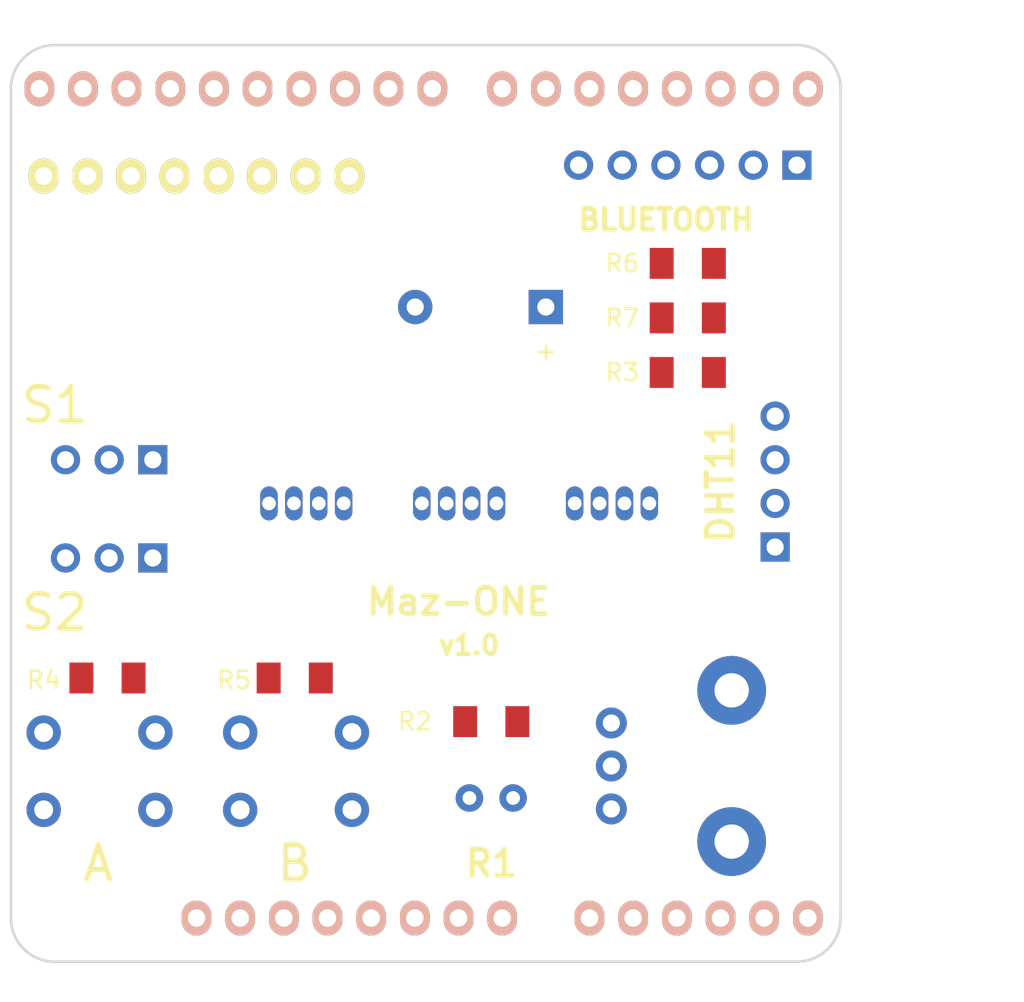
<source format=kicad_pcb>
(kicad_pcb (version 20171130) (host pcbnew 5.1.4-e60b266~84~ubuntu18.04.1)

  (general
    (thickness 1.6)
    (drawings 16)
    (tracks 0)
    (zones 0)
    (modules 23)
    (nets 37)
  )

  (page A4)
  (title_block
    (date "lun. 30 mars 2015")
  )

  (layers
    (0 F.Cu signal)
    (31 B.Cu signal)
    (32 B.Adhes user)
    (33 F.Adhes user)
    (34 B.Paste user)
    (35 F.Paste user)
    (36 B.SilkS user)
    (37 F.SilkS user)
    (38 B.Mask user)
    (39 F.Mask user)
    (40 Dwgs.User user)
    (41 Cmts.User user)
    (42 Eco1.User user)
    (43 Eco2.User user)
    (44 Edge.Cuts user)
    (45 Margin user)
    (46 B.CrtYd user)
    (47 F.CrtYd user)
    (48 B.Fab user)
    (49 F.Fab user)
  )

  (setup
    (last_trace_width 0.25)
    (trace_clearance 0.2)
    (zone_clearance 0.508)
    (zone_45_only no)
    (trace_min 0.2)
    (via_size 0.6)
    (via_drill 0.4)
    (via_min_size 0.4)
    (via_min_drill 0.3)
    (uvia_size 0.3)
    (uvia_drill 0.1)
    (uvias_allowed no)
    (uvia_min_size 0.2)
    (uvia_min_drill 0.1)
    (edge_width 0.15)
    (segment_width 0.15)
    (pcb_text_width 0.3)
    (pcb_text_size 1.5 1.5)
    (mod_edge_width 0.15)
    (mod_text_size 1 1)
    (mod_text_width 0.15)
    (pad_size 4.064 4.064)
    (pad_drill 3.048)
    (pad_to_mask_clearance 0)
    (solder_mask_min_width 0.25)
    (aux_axis_origin 110.998 126.365)
    (grid_origin 110.998 126.365)
    (visible_elements FFFFFF7F)
    (pcbplotparams
      (layerselection 0x00030_80000001)
      (usegerberextensions false)
      (usegerberattributes false)
      (usegerberadvancedattributes false)
      (creategerberjobfile false)
      (excludeedgelayer true)
      (linewidth 0.100000)
      (plotframeref false)
      (viasonmask false)
      (mode 1)
      (useauxorigin false)
      (hpglpennumber 1)
      (hpglpenspeed 20)
      (hpglpendiameter 15.000000)
      (psnegative false)
      (psa4output false)
      (plotreference true)
      (plotvalue true)
      (plotinvisibletext false)
      (padsonsilk false)
      (subtractmaskfromsilk false)
      (outputformat 1)
      (mirror false)
      (drillshape 1)
      (scaleselection 1)
      (outputdirectory ""))
  )

  (net 0 "")
  (net 1 /Reset)
  (net 2 +5V)
  (net 3 GND)
  (net 4 /A0)
  (net 5 /A1)
  (net 6 /A2)
  (net 7 /A3)
  (net 8 "/A4(SDA)")
  (net 9 "/A5(SCL)")
  (net 10 "/9(**)")
  (net 11 "/6(**)")
  (net 12 "/5(**)")
  (net 13 "/3(**)")
  (net 14 /2)
  (net 15 "/1(Tx)")
  (net 16 "/0(Rx)")
  (net 17 "Net-(J4-Pad5)")
  (net 18 "Net-(LED1-Pad4)")
  (net 19 "Net-(LED2-Pad4)")
  (net 20 "Net-(J1-Pad3)")
  (net 21 "Net-(J4-Pad1)")
  (net 22 "Net-(J4-Pad6)")
  (net 23 "Net-(LED3-Pad4)")
  (net 24 "Net-(P1-Pad1)")
  (net 25 /IOREF)
  (net 26 +3V3)
  (net 27 /Vin)
  (net 28 /AREF)
  (net 29 "/13(SCK)")
  (net 30 "/12(MISO)")
  (net 31 "/11(**/MOSI)")
  (net 32 "/10(**/SS)")
  (net 33 /8)
  (net 34 /7)
  (net 35 /4)
  (net 36 "Net-(P5-Pad8)")

  (net_class Default "This is the default net class."
    (clearance 0.2)
    (trace_width 0.25)
    (via_dia 0.6)
    (via_drill 0.4)
    (uvia_dia 0.3)
    (uvia_drill 0.1)
    (add_net +3V3)
    (add_net +5V)
    (add_net "/0(Rx)")
    (add_net "/1(Tx)")
    (add_net "/10(**/SS)")
    (add_net "/11(**/MOSI)")
    (add_net "/12(MISO)")
    (add_net "/13(SCK)")
    (add_net /2)
    (add_net "/3(**)")
    (add_net /4)
    (add_net "/5(**)")
    (add_net "/6(**)")
    (add_net /7)
    (add_net /8)
    (add_net "/9(**)")
    (add_net /A0)
    (add_net /A1)
    (add_net /A2)
    (add_net /A3)
    (add_net "/A4(SDA)")
    (add_net "/A5(SCL)")
    (add_net /AREF)
    (add_net /IOREF)
    (add_net /Reset)
    (add_net /Vin)
    (add_net GND)
    (add_net "Net-(J1-Pad3)")
    (add_net "Net-(J4-Pad1)")
    (add_net "Net-(J4-Pad5)")
    (add_net "Net-(J4-Pad6)")
    (add_net "Net-(LED1-Pad4)")
    (add_net "Net-(LED2-Pad4)")
    (add_net "Net-(LED3-Pad4)")
    (add_net "Net-(P1-Pad1)")
    (add_net "Net-(P5-Pad8)")
  )

  (module Buzzer_Beeper:Buzzer_12x9.5RM7.6 (layer F.Cu) (tedit 5C586C60) (tstamp 5C4107FB)
    (at 144.018 88.265 180)
    (descr "Generic Buzzer, D12mm height 9.5mm with RM7.6mm")
    (tags buzzer)
    (path /5C409638)
    (fp_text reference BZ1 (at 3.81 -2.54) (layer F.Fab) hide
      (effects (font (size 1 1) (thickness 0.15)))
    )
    (fp_text value Buzzer (at 3.8 7.4) (layer F.Fab)
      (effects (font (size 1 1) (thickness 0.15)))
    )
    (fp_text user + (at -0.01 -2.54) (layer F.Fab)
      (effects (font (size 1 1) (thickness 0.15)))
    )
    (fp_text user + (at -0.01 -2.54) (layer F.SilkS)
      (effects (font (size 1 1) (thickness 0.15)))
    )
    (fp_text user %R (at 3.8 -4) (layer F.Fab)
      (effects (font (size 1 1) (thickness 0.15)))
    )
    (fp_circle (center 3.8 0) (end 10.05 0) (layer F.CrtYd) (width 0.05))
    (fp_circle (center 3.8 0) (end 9.8 0) (layer F.Fab) (width 0.1))
    (fp_circle (center 3.8 0) (end 4.8 0) (layer F.Fab) (width 0.1))
    (pad 1 thru_hole rect (at 0 0 180) (size 2 2) (drill 1) (layers *.Cu *.Mask)
      (net 13 "/3(**)"))
    (pad 2 thru_hole circle (at 7.6 0 180) (size 2 2) (drill 1) (layers *.Cu *.Mask)
      (net 3 GND))
    (model ${KISYS3DMOD}/Buzzer_Beeper.3dshapes/Buzzer_12x9.5RM7.6.wrl
      (at (xyz 0 0 0))
      (scale (xyz 1 1 1))
      (rotate (xyz 0 0 0))
    )
  )

  (module Socket_Arduino_Uno:PL9823 (layer F.Cu) (tedit 5C586756) (tstamp 5C410879)
    (at 130.048 99.695)
    (path /5C403566)
    (fp_text reference LED1 (at 0 2) (layer F.Fab)
      (effects (font (size 1.2 1.2) (thickness 0.15)))
    )
    (fp_text value PL9823 (at 0 -1.84) (layer F.Fab)
      (effects (font (size 1.2 1.2) (thickness 0.15)))
    )
    (fp_circle (center 0 0) (end 4.3 0) (layer F.Fab) (width 0.15))
    (pad 4 thru_hole oval (at 2.2098 0) (size 1.016 1.9812) (drill 0.8) (layers *.Cu *.Mask)
      (net 18 "Net-(LED1-Pad4)"))
    (pad 3 thru_hole oval (at 0.762 0) (size 1.016 1.9812) (drill 0.8) (layers *.Cu *.Mask)
      (net 3 GND))
    (pad 2 thru_hole oval (at -0.6858 0) (size 1.016 1.9812) (drill 0.8) (layers *.Cu *.Mask)
      (net 2 +5V))
    (pad 1 thru_hole oval (at -2.1336 0) (size 1.016 1.9812) (drill 0.8) (layers *.Cu *.Mask)
      (net 10 "/9(**)"))
    (model ${KISYS3DMOD}/LED_THT.3dshapes/APA-106-F8.wrl
      (at (xyz 0 0 0))
      (scale (xyz 0.3937 0.3937 0.3937))
      (rotate (xyz 0 0 0))
    )
  )

  (module Socket_Arduino_Uno:PL9823 (layer F.Cu) (tedit 5C58673B) (tstamp 5C410882)
    (at 138.938 99.695)
    (path /5C4049A9)
    (fp_text reference LED2 (at 0 2) (layer F.Fab)
      (effects (font (size 1.2 1.2) (thickness 0.15)))
    )
    (fp_text value PL9823 (at 0 -1.84) (layer F.Fab)
      (effects (font (size 1.2 1.2) (thickness 0.15)))
    )
    (fp_circle (center 0 0) (end 4.3 0) (layer F.Fab) (width 0.15))
    (pad 1 thru_hole oval (at -2.1336 0) (size 1.016 1.9812) (drill 0.8) (layers *.Cu *.Mask)
      (net 18 "Net-(LED1-Pad4)"))
    (pad 2 thru_hole oval (at -0.6858 0) (size 1.016 1.9812) (drill 0.8) (layers *.Cu *.Mask)
      (net 2 +5V))
    (pad 3 thru_hole oval (at 0.762 0) (size 1.016 1.9812) (drill 0.8) (layers *.Cu *.Mask)
      (net 3 GND))
    (pad 4 thru_hole oval (at 2.2098 0) (size 1.016 1.9812) (drill 0.8) (layers *.Cu *.Mask)
      (net 19 "Net-(LED2-Pad4)"))
    (model ${KISYS3DMOD}/LED_THT.3dshapes/APA-106-F8.wrl
      (at (xyz 0 0 0))
      (scale (xyz 0.3937 0.3937 0.3937))
      (rotate (xyz 0 0 0))
    )
  )

  (module Socket_Arduino_Uno:PL9823 (layer F.Cu) (tedit 5C586715) (tstamp 5C41088B)
    (at 147.828 99.695)
    (path /5C40D6B4)
    (fp_text reference LED3 (at 0 2) (layer F.Fab)
      (effects (font (size 1.2 1.2) (thickness 0.15)))
    )
    (fp_text value PL9823 (at 0 -1.84) (layer F.Fab)
      (effects (font (size 1.2 1.2) (thickness 0.15)))
    )
    (fp_circle (center 0 0) (end 4.3 0) (layer F.Fab) (width 0.15))
    (pad 1 thru_hole oval (at -2.1336 0) (size 1.016 1.9812) (drill 0.8) (layers *.Cu *.Mask)
      (net 19 "Net-(LED2-Pad4)"))
    (pad 2 thru_hole oval (at -0.6858 0) (size 1.016 1.9812) (drill 0.8) (layers *.Cu *.Mask)
      (net 2 +5V))
    (pad 3 thru_hole oval (at 0.762 0) (size 1.016 1.9812) (drill 0.8) (layers *.Cu *.Mask)
      (net 3 GND))
    (pad 4 thru_hole oval (at 2.2098 0) (size 1.016 1.9812) (drill 0.8) (layers *.Cu *.Mask)
      (net 23 "Net-(LED3-Pad4)"))
    (model ${KISYS3DMOD}/LED_THT.3dshapes/APA-106-F8.wrl
      (at (xyz 0 0 0))
      (scale (xyz 0.3937 0.3937 0.3937))
      (rotate (xyz 0 0 0))
    )
  )

  (module Resistor_SMD:R_1206_3216Metric_Pad1.39x1.80mm_HandSolder (layer F.Cu) (tedit 5C5866C7) (tstamp 5C4108CD)
    (at 152.273 92.075 180)
    (descr "Resistor SMD 1206 (3216 Metric), square (rectangular) end terminal, IPC_7351 nominal with elongated pad for handsoldering. (Body size source: http://www.tortai-tech.com/upload/download/2011102023233369053.pdf), generated with kicad-footprint-generator")
    (tags "resistor handsolder")
    (path /5C435952)
    (attr smd)
    (fp_text reference R3 (at 3.81 0 180) (layer F.SilkS)
      (effects (font (size 1 1) (thickness 0.15)))
    )
    (fp_text value 10k (at -3.81 0 180) (layer F.Fab)
      (effects (font (size 1 1) (thickness 0.15)))
    )
    (fp_line (start -1.6 0.8) (end -1.6 -0.8) (layer F.Fab) (width 0.1))
    (fp_line (start -1.6 -0.8) (end 1.6 -0.8) (layer F.Fab) (width 0.1))
    (fp_line (start 1.6 -0.8) (end 1.6 0.8) (layer F.Fab) (width 0.1))
    (fp_line (start 1.6 0.8) (end -1.6 0.8) (layer F.Fab) (width 0.1))
    (fp_line (start -2.46 1.15) (end -2.46 -1.15) (layer F.CrtYd) (width 0.05))
    (fp_line (start -2.46 -1.15) (end 2.46 -1.15) (layer F.CrtYd) (width 0.05))
    (fp_line (start 2.46 -1.15) (end 2.46 1.15) (layer F.CrtYd) (width 0.05))
    (fp_line (start 2.46 1.15) (end -2.46 1.15) (layer F.CrtYd) (width 0.05))
    (fp_text user %R (at 0 0 180) (layer F.Fab)
      (effects (font (size 0.8 0.8) (thickness 0.12)))
    )
    (pad 1 smd rect (at -1.5175 0 180) (size 1.395 1.8) (layers F.Cu F.Paste F.Mask)
      (net 14 /2))
    (pad 2 smd rect (at 1.5175 0 180) (size 1.395 1.8) (layers F.Cu F.Paste F.Mask)
      (net 2 +5V))
    (model ${KISYS3DMOD}/Resistor_SMD.3dshapes/R_1206_3216Metric.wrl
      (at (xyz 0 0 0))
      (scale (xyz 1 1 1))
      (rotate (xyz 0 0 0))
    )
  )

  (module Resistor_SMD:R_1206_3216Metric_Pad1.39x1.80mm_HandSolder (layer F.Cu) (tedit 5C5866BA) (tstamp 5C410911)
    (at 152.273 88.9 180)
    (descr "Resistor SMD 1206 (3216 Metric), square (rectangular) end terminal, IPC_7351 nominal with elongated pad for handsoldering. (Body size source: http://www.tortai-tech.com/upload/download/2011102023233369053.pdf), generated with kicad-footprint-generator")
    (tags "resistor handsolder")
    (path /5C4F77B7)
    (attr smd)
    (fp_text reference R7 (at 3.81 0 180) (layer F.SilkS)
      (effects (font (size 1 1) (thickness 0.15)))
    )
    (fp_text value 1k (at -3.81 0 180) (layer F.Fab)
      (effects (font (size 1 1) (thickness 0.15)))
    )
    (fp_text user %R (at 0 0 180) (layer F.Fab)
      (effects (font (size 0.8 0.8) (thickness 0.12)))
    )
    (fp_line (start 2.46 1.15) (end -2.46 1.15) (layer F.CrtYd) (width 0.05))
    (fp_line (start 2.46 -1.15) (end 2.46 1.15) (layer F.CrtYd) (width 0.05))
    (fp_line (start -2.46 -1.15) (end 2.46 -1.15) (layer F.CrtYd) (width 0.05))
    (fp_line (start -2.46 1.15) (end -2.46 -1.15) (layer F.CrtYd) (width 0.05))
    (fp_line (start 1.6 0.8) (end -1.6 0.8) (layer F.Fab) (width 0.1))
    (fp_line (start 1.6 -0.8) (end 1.6 0.8) (layer F.Fab) (width 0.1))
    (fp_line (start -1.6 -0.8) (end 1.6 -0.8) (layer F.Fab) (width 0.1))
    (fp_line (start -1.6 0.8) (end -1.6 -0.8) (layer F.Fab) (width 0.1))
    (pad 2 smd rect (at 1.5175 0 180) (size 1.395 1.8) (layers F.Cu F.Paste F.Mask)
      (net 17 "Net-(J4-Pad5)"))
    (pad 1 smd rect (at -1.5175 0 180) (size 1.395 1.8) (layers F.Cu F.Paste F.Mask)
      (net 15 "/1(Tx)"))
    (model ${KISYS3DMOD}/Resistor_SMD.3dshapes/R_1206_3216Metric.wrl
      (at (xyz 0 0 0))
      (scale (xyz 1 1 1))
      (rotate (xyz 0 0 0))
    )
  )

  (module Resistor_SMD:R_1206_3216Metric_Pad1.39x1.80mm_HandSolder (layer F.Cu) (tedit 5C586691) (tstamp 5C410900)
    (at 152.273 85.725 180)
    (descr "Resistor SMD 1206 (3216 Metric), square (rectangular) end terminal, IPC_7351 nominal with elongated pad for handsoldering. (Body size source: http://www.tortai-tech.com/upload/download/2011102023233369053.pdf), generated with kicad-footprint-generator")
    (tags "resistor handsolder")
    (path /5C5045D7)
    (attr smd)
    (fp_text reference R6 (at 3.81 0 180) (layer F.SilkS)
      (effects (font (size 1 1) (thickness 0.15)))
    )
    (fp_text value 2k2 (at -3.81 0 180) (layer F.Fab)
      (effects (font (size 1 1) (thickness 0.15)))
    )
    (fp_line (start -1.6 0.8) (end -1.6 -0.8) (layer F.Fab) (width 0.1))
    (fp_line (start -1.6 -0.8) (end 1.6 -0.8) (layer F.Fab) (width 0.1))
    (fp_line (start 1.6 -0.8) (end 1.6 0.8) (layer F.Fab) (width 0.1))
    (fp_line (start 1.6 0.8) (end -1.6 0.8) (layer F.Fab) (width 0.1))
    (fp_line (start -2.46 1.15) (end -2.46 -1.15) (layer F.CrtYd) (width 0.05))
    (fp_line (start -2.46 -1.15) (end 2.46 -1.15) (layer F.CrtYd) (width 0.05))
    (fp_line (start 2.46 -1.15) (end 2.46 1.15) (layer F.CrtYd) (width 0.05))
    (fp_line (start 2.46 1.15) (end -2.46 1.15) (layer F.CrtYd) (width 0.05))
    (fp_text user %R (at 0 0 180) (layer F.Fab)
      (effects (font (size 0.8 0.8) (thickness 0.12)))
    )
    (pad 1 smd rect (at -1.5175 0 180) (size 1.395 1.8) (layers F.Cu F.Paste F.Mask)
      (net 15 "/1(Tx)"))
    (pad 2 smd rect (at 1.5175 0 180) (size 1.395 1.8) (layers F.Cu F.Paste F.Mask)
      (net 3 GND))
    (model ${KISYS3DMOD}/Resistor_SMD.3dshapes/R_1206_3216Metric.wrl
      (at (xyz 0 0 0))
      (scale (xyz 1 1 1))
      (rotate (xyz 0 0 0))
    )
  )

  (module Connector_PinHeader_2.54mm:PinHeader_1x04_P2.54mm_Vertical (layer F.Cu) (tedit 5C58667D) (tstamp 5C410813)
    (at 157.353 102.235 180)
    (descr "Through hole straight pin header, 1x04, 2.54mm pitch, single row")
    (tags "Through hole pin header THT 1x04 2.54mm single row")
    (path /5C438DD4)
    (fp_text reference J1 (at 0 -2.33 180) (layer F.Fab)
      (effects (font (size 1 1) (thickness 0.15)))
    )
    (fp_text value CONN_01X04 (at -9.525 0 180) (layer F.Fab)
      (effects (font (size 1 1) (thickness 0.15)))
    )
    (fp_line (start -0.635 -1.27) (end 1.27 -1.27) (layer F.Fab) (width 0.1))
    (fp_line (start 1.27 -1.27) (end 1.27 8.89) (layer F.Fab) (width 0.1))
    (fp_line (start 1.27 8.89) (end -1.27 8.89) (layer F.Fab) (width 0.1))
    (fp_line (start -1.27 8.89) (end -1.27 -0.635) (layer F.Fab) (width 0.1))
    (fp_line (start -1.27 -0.635) (end -0.635 -1.27) (layer F.Fab) (width 0.1))
    (fp_line (start -1.8 -1.8) (end -1.8 9.4) (layer F.CrtYd) (width 0.05))
    (fp_line (start -1.8 9.4) (end 1.8 9.4) (layer F.CrtYd) (width 0.05))
    (fp_line (start 1.8 9.4) (end 1.8 -1.8) (layer F.CrtYd) (width 0.05))
    (fp_line (start 1.8 -1.8) (end -1.8 -1.8) (layer F.CrtYd) (width 0.05))
    (fp_text user %R (at 0 3.81 270) (layer F.Fab)
      (effects (font (size 1 1) (thickness 0.15)))
    )
    (pad 1 thru_hole rect (at 0 0 180) (size 1.7 1.7) (drill 1) (layers *.Cu *.Mask)
      (net 2 +5V))
    (pad 2 thru_hole oval (at 0 2.54 180) (size 1.7 1.7) (drill 1) (layers *.Cu *.Mask)
      (net 14 /2))
    (pad 3 thru_hole oval (at 0 5.08 180) (size 1.7 1.7) (drill 1) (layers *.Cu *.Mask)
      (net 20 "Net-(J1-Pad3)"))
    (pad 4 thru_hole oval (at 0 7.62 180) (size 1.7 1.7) (drill 1) (layers *.Cu *.Mask)
      (net 3 GND))
    (model ${KISYS3DMOD}/Connector_PinSocket_2.54mm.3dshapes/PinSocket_1x04_P2.54mm_Vertical.wrl
      (at (xyz 0 0 0))
      (scale (xyz 1 1 1))
      (rotate (xyz 0 0 0))
    )
    (model ${KISYS3DMOD}/Sensors.3dshapes/DHT11_03.step
      (offset (xyz 2.8 2.2 7.1))
      (scale (xyz 1 1 1))
      (rotate (xyz -90 0 90))
    )
  )

  (module Potentiometer_THT:Potentiometer_Bourns_PTV09A-1_Single_Vertical (layer F.Cu) (tedit 5C586657) (tstamp 5C410DD5)
    (at 147.828 117.475)
    (descr "Potentiometer, vertical, Bourns PTV09A-1 Single, http://www.bourns.com/docs/Product-Datasheets/ptv09.pdf")
    (tags "Potentiometer vertical Bourns PTV09A-1 Single")
    (path /5C4091EE)
    (fp_text reference RV1 (at 6.985 -2.54) (layer F.Fab)
      (effects (font (size 1 1) (thickness 0.15)))
    )
    (fp_text value POT (at 6.05 5.15) (layer F.Fab)
      (effects (font (size 1 1) (thickness 0.15)))
    )
    (fp_circle (center 7.5 -2.5) (end 10.5 -2.5) (layer F.Fab) (width 0.1))
    (fp_line (start 1 -7.35) (end 1 2.35) (layer F.Fab) (width 0.1))
    (fp_line (start 1 2.35) (end 13 2.35) (layer F.Fab) (width 0.1))
    (fp_line (start 13 2.35) (end 13 -7.35) (layer F.Fab) (width 0.1))
    (fp_line (start 13 -7.35) (end 1 -7.35) (layer F.Fab) (width 0.1))
    (fp_line (start -1.15 -9.15) (end -1.15 4.15) (layer F.CrtYd) (width 0.05))
    (fp_line (start -1.15 4.15) (end 13.25 4.15) (layer F.CrtYd) (width 0.05))
    (fp_line (start 13.25 4.15) (end 13.25 -9.15) (layer F.CrtYd) (width 0.05))
    (fp_line (start 13.25 -9.15) (end -1.15 -9.15) (layer F.CrtYd) (width 0.05))
    (fp_text user %R (at 2 -2.5 90) (layer F.Fab)
      (effects (font (size 1 1) (thickness 0.15)))
    )
    (pad 3 thru_hole circle (at 0 -5) (size 1.8 1.8) (drill 1) (layers *.Cu *.Mask)
      (net 2 +5V))
    (pad 2 thru_hole circle (at 0 -2.5) (size 1.8 1.8) (drill 1) (layers *.Cu *.Mask)
      (net 5 /A1))
    (pad 1 thru_hole circle (at 0 0) (size 1.8 1.8) (drill 1) (layers *.Cu *.Mask)
      (net 3 GND))
    (pad "" np_thru_hole circle (at 7 -6.9) (size 4 4) (drill 2) (layers *.Cu *.Mask))
    (pad "" np_thru_hole circle (at 7 1.9) (size 4 4) (drill 2) (layers *.Cu *.Mask))
    (model ${KISYS3DMOD}/Potentiometer_THT.3dshapes/ALP_RK09D113.wrl
      (offset (xyz 0 2.5 0))
      (scale (xyz 0.3937 0.3937 0.3937))
      (rotate (xyz 0 0 90))
    )
  )

  (module Resistor_SMD:R_1206_3216Metric_Pad1.39x1.80mm_HandSolder (layer F.Cu) (tedit 5C58662F) (tstamp 5C4108BC)
    (at 140.843 112.395 180)
    (descr "Resistor SMD 1206 (3216 Metric), square (rectangular) end terminal, IPC_7351 nominal with elongated pad for handsoldering. (Body size source: http://www.tortai-tech.com/upload/download/2011102023233369053.pdf), generated with kicad-footprint-generator")
    (tags "resistor handsolder")
    (path /5C41A6BC)
    (attr smd)
    (fp_text reference R2 (at 4.445 0 180) (layer F.SilkS)
      (effects (font (size 1 1) (thickness 0.15)))
    )
    (fp_text value 10k (at 0 1.85 180) (layer F.Fab)
      (effects (font (size 1 1) (thickness 0.15)))
    )
    (fp_text user %R (at 0 0 180) (layer F.Fab)
      (effects (font (size 0.8 0.8) (thickness 0.12)))
    )
    (fp_line (start 2.46 1.15) (end -2.46 1.15) (layer F.CrtYd) (width 0.05))
    (fp_line (start 2.46 -1.15) (end 2.46 1.15) (layer F.CrtYd) (width 0.05))
    (fp_line (start -2.46 -1.15) (end 2.46 -1.15) (layer F.CrtYd) (width 0.05))
    (fp_line (start -2.46 1.15) (end -2.46 -1.15) (layer F.CrtYd) (width 0.05))
    (fp_line (start 1.6 0.8) (end -1.6 0.8) (layer F.Fab) (width 0.1))
    (fp_line (start 1.6 -0.8) (end 1.6 0.8) (layer F.Fab) (width 0.1))
    (fp_line (start -1.6 -0.8) (end 1.6 -0.8) (layer F.Fab) (width 0.1))
    (fp_line (start -1.6 0.8) (end -1.6 -0.8) (layer F.Fab) (width 0.1))
    (pad 2 smd rect (at 1.5175 0 180) (size 1.395 1.8) (layers F.Cu F.Paste F.Mask)
      (net 4 /A0))
    (pad 1 smd rect (at -1.5175 0 180) (size 1.395 1.8) (layers F.Cu F.Paste F.Mask)
      (net 2 +5V))
    (model ${KISYS3DMOD}/Resistor_SMD.3dshapes/R_1206_3216Metric.wrl
      (at (xyz 0 0 0))
      (scale (xyz 1 1 1))
      (rotate (xyz 0 0 0))
    )
  )

  (module OptoDevice:R_LDR_4.9x4.2mm_P2.54mm_Vertical (layer F.Cu) (tedit 5C58661D) (tstamp 5C4108AB)
    (at 139.573 116.84)
    (descr "Resistor, LDR 4.9x4.2mm")
    (tags "Resistor LDR4.9x4.2")
    (path /5C40A3DE)
    (fp_text reference R1 (at 1.27 3.81) (layer F.SilkS)
      (effects (font (size 1.5 1.5) (thickness 0.3)))
    )
    (fp_text value RES_PHOTO_LDR (at 1.17 3.1) (layer F.Fab)
      (effects (font (size 1 1) (thickness 0.15)))
    )
    (fp_text user %R (at 1.27 0) (layer F.Fab)
      (effects (font (size 1 1) (thickness 0.15)))
    )
    (fp_line (start 0.87 -1.2) (end 2.17 -1.2) (layer F.Fab) (width 0.1))
    (fp_line (start 1.67 -0.6) (end 0.87 -0.6) (layer F.Fab) (width 0.1))
    (fp_line (start 0.87 0) (end 1.67 0) (layer F.Fab) (width 0.1))
    (fp_line (start 1.67 0.6) (end 0.87 0.6) (layer F.Fab) (width 0.1))
    (fp_line (start 0.37 1.2) (end 1.67 1.2) (layer F.Fab) (width 0.1))
    (fp_line (start 0.37 -1.8) (end 2.17 -1.8) (layer F.Fab) (width 0.1))
    (fp_line (start 2.17 -1.8) (end 2.17 -1.2) (layer F.Fab) (width 0.1))
    (fp_line (start 0.87 -1.2) (end 0.87 -0.6) (layer F.Fab) (width 0.1))
    (fp_line (start 1.67 -0.6) (end 1.67 0) (layer F.Fab) (width 0.1))
    (fp_line (start 0.87 0) (end 0.87 0.6) (layer F.Fab) (width 0.1))
    (fp_line (start 1.67 0.6) (end 1.67 1.2) (layer F.Fab) (width 0.1))
    (fp_line (start 0.37 1.2) (end 0.37 1.8) (layer F.Fab) (width 0.1))
    (fp_line (start 0.37 1.8) (end 2.17 1.8) (layer F.Fab) (width 0.1))
    (fp_line (start 2.57 2.1) (end -0.03 2.1) (layer F.Fab) (width 0.1))
    (fp_line (start -0.03 -2.1) (end 2.57 -2.1) (layer F.Fab) (width 0.1))
    (fp_line (start -1.45 -2.35) (end 3.99 -2.35) (layer F.CrtYd) (width 0.05))
    (fp_line (start -1.45 -2.35) (end -1.45 2.35) (layer F.CrtYd) (width 0.05))
    (fp_line (start 3.99 2.35) (end 3.99 -2.35) (layer F.CrtYd) (width 0.05))
    (fp_line (start 3.99 2.35) (end -1.45 2.35) (layer F.CrtYd) (width 0.05))
    (fp_arc (start 1.27 0) (end 2.57 -2.1) (angle 115) (layer F.Fab) (width 0.1))
    (fp_arc (start 1.27 0) (end -0.03 2.1) (angle 115) (layer F.Fab) (width 0.1))
    (pad 1 thru_hole circle (at 0 0) (size 1.6 1.6) (drill 0.8) (layers *.Cu *.Mask)
      (net 4 /A0))
    (pad 2 thru_hole circle (at 2.54 0) (size 1.6 1.6) (drill 0.8) (layers *.Cu *.Mask)
      (net 3 GND))
    (model ${KISYS3DMOD}/OptoDevice.3dshapes/R_LDR_4.9x4.2mm_P2.54mm_Vertical.wrl
      (at (xyz 0 0 0))
      (scale (xyz 1 1 1))
      (rotate (xyz 0 0 0))
    )
  )

  (module Resistor_SMD:R_1206_3216Metric_Pad1.39x1.80mm_HandSolder (layer F.Cu) (tedit 5C586604) (tstamp 5C4108EF)
    (at 129.413 109.855 180)
    (descr "Resistor SMD 1206 (3216 Metric), square (rectangular) end terminal, IPC_7351 nominal with elongated pad for handsoldering. (Body size source: http://www.tortai-tech.com/upload/download/2011102023233369053.pdf), generated with kicad-footprint-generator")
    (tags "resistor handsolder")
    (path /5C4830EC)
    (attr smd)
    (fp_text reference R5 (at 3.528333 -0.120001 180) (layer F.SilkS)
      (effects (font (size 1 1) (thickness 0.15)))
    )
    (fp_text value 330 (at 0 1.85 180) (layer F.Fab)
      (effects (font (size 1 1) (thickness 0.15)))
    )
    (fp_line (start -1.6 0.8) (end -1.6 -0.8) (layer F.Fab) (width 0.1))
    (fp_line (start -1.6 -0.8) (end 1.6 -0.8) (layer F.Fab) (width 0.1))
    (fp_line (start 1.6 -0.8) (end 1.6 0.8) (layer F.Fab) (width 0.1))
    (fp_line (start 1.6 0.8) (end -1.6 0.8) (layer F.Fab) (width 0.1))
    (fp_line (start -2.46 1.15) (end -2.46 -1.15) (layer F.CrtYd) (width 0.05))
    (fp_line (start -2.46 -1.15) (end 2.46 -1.15) (layer F.CrtYd) (width 0.05))
    (fp_line (start 2.46 -1.15) (end 2.46 1.15) (layer F.CrtYd) (width 0.05))
    (fp_line (start 2.46 1.15) (end -2.46 1.15) (layer F.CrtYd) (width 0.05))
    (fp_text user %R (at 0 0 180) (layer F.Fab)
      (effects (font (size 0.8 0.8) (thickness 0.12)))
    )
    (pad 1 smd rect (at -1.5175 0 180) (size 1.395 1.8) (layers F.Cu F.Paste F.Mask)
      (net 3 GND))
    (pad 2 smd rect (at 1.5175 0 180) (size 1.395 1.8) (layers F.Cu F.Paste F.Mask)
      (net 7 /A3))
    (model ${KISYS3DMOD}/Resistor_SMD.3dshapes/R_1206_3216Metric.wrl
      (at (xyz 0 0 0))
      (scale (xyz 1 1 1))
      (rotate (xyz 0 0 0))
    )
  )

  (module Button_Switch_THT:SW_PUSH_6mm (layer F.Cu) (tedit 5C5865F4) (tstamp 5C4116D2)
    (at 126.238 113.03)
    (descr https://www.omron.com/ecb/products/pdf/en-b3f.pdf)
    (tags "tact sw push 6mm")
    (path /5C3FEF50)
    (fp_text reference SW2 (at 3.175 0.635) (layer F.Fab)
      (effects (font (size 1 1) (thickness 0.15)))
    )
    (fp_text value SW_Push (at 3.75 6.7) (layer F.Fab)
      (effects (font (size 1 1) (thickness 0.15)))
    )
    (fp_text user %R (at 3.25 2.25) (layer F.Fab)
      (effects (font (size 1 1) (thickness 0.15)))
    )
    (fp_line (start 3.25 -0.75) (end 6.25 -0.75) (layer F.Fab) (width 0.1))
    (fp_line (start 6.25 -0.75) (end 6.25 5.25) (layer F.Fab) (width 0.1))
    (fp_line (start 6.25 5.25) (end 0.25 5.25) (layer F.Fab) (width 0.1))
    (fp_line (start 0.25 5.25) (end 0.25 -0.75) (layer F.Fab) (width 0.1))
    (fp_line (start 0.25 -0.75) (end 3.25 -0.75) (layer F.Fab) (width 0.1))
    (fp_line (start 7.75 6) (end 8 6) (layer F.CrtYd) (width 0.05))
    (fp_line (start 8 6) (end 8 5.75) (layer F.CrtYd) (width 0.05))
    (fp_line (start 7.75 -1.5) (end 8 -1.5) (layer F.CrtYd) (width 0.05))
    (fp_line (start 8 -1.5) (end 8 -1.25) (layer F.CrtYd) (width 0.05))
    (fp_line (start -1.5 -1.25) (end -1.5 -1.5) (layer F.CrtYd) (width 0.05))
    (fp_line (start -1.5 -1.5) (end -1.25 -1.5) (layer F.CrtYd) (width 0.05))
    (fp_line (start -1.5 5.75) (end -1.5 6) (layer F.CrtYd) (width 0.05))
    (fp_line (start -1.5 6) (end -1.25 6) (layer F.CrtYd) (width 0.05))
    (fp_line (start -1.25 -1.5) (end 7.75 -1.5) (layer F.CrtYd) (width 0.05))
    (fp_line (start -1.5 5.75) (end -1.5 -1.25) (layer F.CrtYd) (width 0.05))
    (fp_line (start 7.75 6) (end -1.25 6) (layer F.CrtYd) (width 0.05))
    (fp_line (start 8 -1.25) (end 8 5.75) (layer F.CrtYd) (width 0.05))
    (fp_circle (center 3.25 2.25) (end 1.25 2.5) (layer F.Fab) (width 0.1))
    (pad 2 thru_hole circle (at 0 4.5 90) (size 2 2) (drill 1.1) (layers *.Cu *.Mask)
      (net 7 /A3))
    (pad 1 thru_hole circle (at 0 0 90) (size 2 2) (drill 1.1) (layers *.Cu *.Mask)
      (net 2 +5V))
    (pad 2 thru_hole circle (at 6.5 4.5 90) (size 2 2) (drill 1.1) (layers *.Cu *.Mask)
      (net 7 /A3))
    (pad 1 thru_hole circle (at 6.5 0 90) (size 2 2) (drill 1.1) (layers *.Cu *.Mask)
      (net 2 +5V))
    (model ${KISYS3DMOD}/Button_Switch_THT.3dshapes/SW_PUSH_6mm.wrl
      (at (xyz 0 0 0))
      (scale (xyz 1 1 1))
      (rotate (xyz 0 0 0))
    )
  )

  (module Button_Switch_THT:SW_PUSH_6mm (layer F.Cu) (tedit 5C5865E3) (tstamp 5C4116B4)
    (at 114.808 113.03)
    (descr https://www.omron.com/ecb/products/pdf/en-b3f.pdf)
    (tags "tact sw push 6mm")
    (path /5C3FE3F4)
    (fp_text reference SW1 (at 3.25 1.27) (layer F.Fab)
      (effects (font (size 1 1) (thickness 0.15)))
    )
    (fp_text value SW_Push (at 3.75 6.7) (layer F.Fab)
      (effects (font (size 1 1) (thickness 0.15)))
    )
    (fp_circle (center 3.25 2.25) (end 1.25 2.5) (layer F.Fab) (width 0.1))
    (fp_line (start 8 -1.25) (end 8 5.75) (layer F.CrtYd) (width 0.05))
    (fp_line (start 7.75 6) (end -1.25 6) (layer F.CrtYd) (width 0.05))
    (fp_line (start -1.5 5.75) (end -1.5 -1.25) (layer F.CrtYd) (width 0.05))
    (fp_line (start -1.25 -1.5) (end 7.75 -1.5) (layer F.CrtYd) (width 0.05))
    (fp_line (start -1.5 6) (end -1.25 6) (layer F.CrtYd) (width 0.05))
    (fp_line (start -1.5 5.75) (end -1.5 6) (layer F.CrtYd) (width 0.05))
    (fp_line (start -1.5 -1.5) (end -1.25 -1.5) (layer F.CrtYd) (width 0.05))
    (fp_line (start -1.5 -1.25) (end -1.5 -1.5) (layer F.CrtYd) (width 0.05))
    (fp_line (start 8 -1.5) (end 8 -1.25) (layer F.CrtYd) (width 0.05))
    (fp_line (start 7.75 -1.5) (end 8 -1.5) (layer F.CrtYd) (width 0.05))
    (fp_line (start 8 6) (end 8 5.75) (layer F.CrtYd) (width 0.05))
    (fp_line (start 7.75 6) (end 8 6) (layer F.CrtYd) (width 0.05))
    (fp_line (start 0.25 -0.75) (end 3.25 -0.75) (layer F.Fab) (width 0.1))
    (fp_line (start 0.25 5.25) (end 0.25 -0.75) (layer F.Fab) (width 0.1))
    (fp_line (start 6.25 5.25) (end 0.25 5.25) (layer F.Fab) (width 0.1))
    (fp_line (start 6.25 -0.75) (end 6.25 5.25) (layer F.Fab) (width 0.1))
    (fp_line (start 3.25 -0.75) (end 6.25 -0.75) (layer F.Fab) (width 0.1))
    (fp_text user %R (at 3.25 2.25) (layer F.Fab)
      (effects (font (size 1 1) (thickness 0.15)))
    )
    (pad 1 thru_hole circle (at 6.5 0 90) (size 2 2) (drill 1.1) (layers *.Cu *.Mask)
      (net 2 +5V))
    (pad 2 thru_hole circle (at 6.5 4.5 90) (size 2 2) (drill 1.1) (layers *.Cu *.Mask)
      (net 6 /A2))
    (pad 1 thru_hole circle (at 0 0 90) (size 2 2) (drill 1.1) (layers *.Cu *.Mask)
      (net 2 +5V))
    (pad 2 thru_hole circle (at 0 4.5 90) (size 2 2) (drill 1.1) (layers *.Cu *.Mask)
      (net 6 /A2))
    (model ${KISYS3DMOD}/Button_Switch_THT.3dshapes/SW_PUSH_6mm.wrl
      (at (xyz 0 0 0))
      (scale (xyz 1 1 1))
      (rotate (xyz 0 0 0))
    )
  )

  (module Resistor_SMD:R_1206_3216Metric_Pad1.39x1.80mm_HandSolder (layer F.Cu) (tedit 5C5865C4) (tstamp 5C4108DE)
    (at 118.521335 109.855 180)
    (descr "Resistor SMD 1206 (3216 Metric), square (rectangular) end terminal, IPC_7351 nominal with elongated pad for handsoldering. (Body size source: http://www.tortai-tech.com/upload/download/2011102023233369053.pdf), generated with kicad-footprint-generator")
    (tags "resistor handsolder")
    (path /5C4826B8)
    (attr smd)
    (fp_text reference R4 (at 3.713335 -0.120001 180) (layer F.SilkS)
      (effects (font (size 1 1) (thickness 0.15)))
    )
    (fp_text value 330 (at 0 1.85 180) (layer F.Fab)
      (effects (font (size 1 1) (thickness 0.15)))
    )
    (fp_text user %R (at 0 0 180) (layer F.Fab)
      (effects (font (size 0.8 0.8) (thickness 0.12)))
    )
    (fp_line (start 2.46 1.15) (end -2.46 1.15) (layer F.CrtYd) (width 0.05))
    (fp_line (start 2.46 -1.15) (end 2.46 1.15) (layer F.CrtYd) (width 0.05))
    (fp_line (start -2.46 -1.15) (end 2.46 -1.15) (layer F.CrtYd) (width 0.05))
    (fp_line (start -2.46 1.15) (end -2.46 -1.15) (layer F.CrtYd) (width 0.05))
    (fp_line (start 1.6 0.8) (end -1.6 0.8) (layer F.Fab) (width 0.1))
    (fp_line (start 1.6 -0.8) (end 1.6 0.8) (layer F.Fab) (width 0.1))
    (fp_line (start -1.6 -0.8) (end 1.6 -0.8) (layer F.Fab) (width 0.1))
    (fp_line (start -1.6 0.8) (end -1.6 -0.8) (layer F.Fab) (width 0.1))
    (pad 2 smd rect (at 1.5175 0 180) (size 1.395 1.8) (layers F.Cu F.Paste F.Mask)
      (net 6 /A2))
    (pad 1 smd rect (at -1.5175 0 180) (size 1.395 1.8) (layers F.Cu F.Paste F.Mask)
      (net 3 GND))
    (model ${KISYS3DMOD}/Resistor_SMD.3dshapes/R_1206_3216Metric.wrl
      (at (xyz 0 0 0))
      (scale (xyz 1 1 1))
      (rotate (xyz 0 0 0))
    )
  )

  (module Connector_PinHeader_2.54mm:PinHeader_1x03_P2.54mm_Vertical (layer F.Cu) (tedit 5C5865B3) (tstamp 5C41082A)
    (at 121.158 102.87 270)
    (descr "Through hole straight pin header, 1x03, 2.54mm pitch, single row")
    (tags "Through hole pin header THT 1x03 2.54mm single row")
    (path /5C4C4E51)
    (fp_text reference J2 (at 0 -3.175 270) (layer F.Fab)
      (effects (font (size 1 1) (thickness 0.15)))
    )
    (fp_text value CONN_01X03 (at 0 7.41 270) (layer F.Fab)
      (effects (font (size 1 1) (thickness 0.15)))
    )
    (fp_line (start -0.635 -1.27) (end 1.27 -1.27) (layer F.Fab) (width 0.1))
    (fp_line (start 1.27 -1.27) (end 1.27 6.35) (layer F.Fab) (width 0.1))
    (fp_line (start 1.27 6.35) (end -1.27 6.35) (layer F.Fab) (width 0.1))
    (fp_line (start -1.27 6.35) (end -1.27 -0.635) (layer F.Fab) (width 0.1))
    (fp_line (start -1.27 -0.635) (end -0.635 -1.27) (layer F.Fab) (width 0.1))
    (fp_line (start -1.8 -1.8) (end -1.8 6.85) (layer F.CrtYd) (width 0.05))
    (fp_line (start -1.8 6.85) (end 1.8 6.85) (layer F.CrtYd) (width 0.05))
    (fp_line (start 1.8 6.85) (end 1.8 -1.8) (layer F.CrtYd) (width 0.05))
    (fp_line (start 1.8 -1.8) (end -1.8 -1.8) (layer F.CrtYd) (width 0.05))
    (fp_text user %R (at 0 2.54) (layer F.Fab)
      (effects (font (size 1 1) (thickness 0.15)))
    )
    (pad 1 thru_hole rect (at 0 0 270) (size 1.7 1.7) (drill 1) (layers *.Cu *.Mask)
      (net 12 "/5(**)"))
    (pad 2 thru_hole oval (at 0 2.54 270) (size 1.7 1.7) (drill 1) (layers *.Cu *.Mask)
      (net 2 +5V))
    (pad 3 thru_hole oval (at 0 5.08 270) (size 1.7 1.7) (drill 1) (layers *.Cu *.Mask)
      (net 3 GND))
    (model ${KISYS3DMOD}/Connector_PinHeader_2.54mm.3dshapes/PinHeader_1x03_P2.54mm_Vertical.wrl
      (at (xyz 0 0 0))
      (scale (xyz 1 1 1))
      (rotate (xyz 0 0 0))
    )
  )

  (module Connector_PinHeader_2.54mm:PinHeader_1x03_P2.54mm_Vertical (layer F.Cu) (tedit 5C58657F) (tstamp 5C410841)
    (at 121.158 97.155 270)
    (descr "Through hole straight pin header, 1x03, 2.54mm pitch, single row")
    (tags "Through hole pin header THT 1x03 2.54mm single row")
    (path /5C4C562B)
    (fp_text reference J3 (at 0 -3.175 270) (layer F.Fab)
      (effects (font (size 1 1) (thickness 0.15)))
    )
    (fp_text value CONN_01X03 (at 0 7.41 270) (layer F.Fab)
      (effects (font (size 1 1) (thickness 0.15)))
    )
    (fp_text user %R (at 0 2.54) (layer F.Fab)
      (effects (font (size 1 1) (thickness 0.15)))
    )
    (fp_line (start 1.8 -1.8) (end -1.8 -1.8) (layer F.CrtYd) (width 0.05))
    (fp_line (start 1.8 6.85) (end 1.8 -1.8) (layer F.CrtYd) (width 0.05))
    (fp_line (start -1.8 6.85) (end 1.8 6.85) (layer F.CrtYd) (width 0.05))
    (fp_line (start -1.8 -1.8) (end -1.8 6.85) (layer F.CrtYd) (width 0.05))
    (fp_line (start -1.27 -0.635) (end -0.635 -1.27) (layer F.Fab) (width 0.1))
    (fp_line (start -1.27 6.35) (end -1.27 -0.635) (layer F.Fab) (width 0.1))
    (fp_line (start 1.27 6.35) (end -1.27 6.35) (layer F.Fab) (width 0.1))
    (fp_line (start 1.27 -1.27) (end 1.27 6.35) (layer F.Fab) (width 0.1))
    (fp_line (start -0.635 -1.27) (end 1.27 -1.27) (layer F.Fab) (width 0.1))
    (pad 3 thru_hole oval (at 0 5.08 270) (size 1.7 1.7) (drill 1) (layers *.Cu *.Mask)
      (net 3 GND))
    (pad 2 thru_hole oval (at 0 2.54 270) (size 1.7 1.7) (drill 1) (layers *.Cu *.Mask)
      (net 2 +5V))
    (pad 1 thru_hole rect (at 0 0 270) (size 1.7 1.7) (drill 1) (layers *.Cu *.Mask)
      (net 11 "/6(**)"))
    (model ${KISYS3DMOD}/Connector_PinHeader_2.54mm.3dshapes/PinHeader_1x03_P2.54mm_Vertical.wrl
      (at (xyz 0 0 0))
      (scale (xyz 1 1 1))
      (rotate (xyz 0 0 0))
    )
  )

  (module Connector_PinHeader_2.54mm:PinHeader_1x06_P2.54mm_Vertical (layer F.Cu) (tedit 5C586533) (tstamp 5C41085B)
    (at 158.623 80.01 270)
    (descr "Through hole straight pin header, 1x06, 2.54mm pitch, single row")
    (tags "Through hole pin header THT 1x06 2.54mm single row")
    (path /5C4E57FD)
    (fp_text reference J4 (at 0 -2.33 270) (layer F.Fab)
      (effects (font (size 1 1) (thickness 0.15)))
    )
    (fp_text value CONN_01X06 (at 0 15.03 270) (layer F.Fab)
      (effects (font (size 1 1) (thickness 0.15)))
    )
    (fp_line (start -0.635 -1.27) (end 1.27 -1.27) (layer F.Fab) (width 0.1))
    (fp_line (start 1.27 -1.27) (end 1.27 13.97) (layer F.Fab) (width 0.1))
    (fp_line (start 1.27 13.97) (end -1.27 13.97) (layer F.Fab) (width 0.1))
    (fp_line (start -1.27 13.97) (end -1.27 -0.635) (layer F.Fab) (width 0.1))
    (fp_line (start -1.27 -0.635) (end -0.635 -1.27) (layer F.Fab) (width 0.1))
    (fp_line (start -1.8 -1.8) (end -1.8 14.5) (layer F.CrtYd) (width 0.05))
    (fp_line (start -1.8 14.5) (end 1.8 14.5) (layer F.CrtYd) (width 0.05))
    (fp_line (start 1.8 14.5) (end 1.8 -1.8) (layer F.CrtYd) (width 0.05))
    (fp_line (start 1.8 -1.8) (end -1.8 -1.8) (layer F.CrtYd) (width 0.05))
    (fp_text user %R (at 0 6.35) (layer F.Fab)
      (effects (font (size 1 1) (thickness 0.15)))
    )
    (pad 1 thru_hole rect (at 0 0 270) (size 1.7 1.7) (drill 1) (layers *.Cu *.Mask)
      (net 21 "Net-(J4-Pad1)"))
    (pad 2 thru_hole oval (at 0 2.54 270) (size 1.7 1.7) (drill 1) (layers *.Cu *.Mask)
      (net 2 +5V))
    (pad 3 thru_hole oval (at 0 5.08 270) (size 1.7 1.7) (drill 1) (layers *.Cu *.Mask)
      (net 3 GND))
    (pad 4 thru_hole oval (at 0 7.62 270) (size 1.7 1.7) (drill 1) (layers *.Cu *.Mask)
      (net 16 "/0(Rx)"))
    (pad 5 thru_hole oval (at 0 10.16 270) (size 1.7 1.7) (drill 1) (layers *.Cu *.Mask)
      (net 17 "Net-(J4-Pad5)"))
    (pad 6 thru_hole oval (at 0 12.7 270) (size 1.7 1.7) (drill 1) (layers *.Cu *.Mask)
      (net 22 "Net-(J4-Pad6)"))
    (model ${KISYS3DMOD}/Connector_PinSocket_2.54mm.3dshapes/PinSocket_1x06_P2.54mm_Vertical.wrl
      (at (xyz 0 0 0))
      (scale (xyz 1 1 1))
      (rotate (xyz 0 0 0))
    )
    (model ${KISYS3DMOD}/Varios.3dshapes/Bluetooth_HC-06.wrl
      (offset (xyz -6.25 -6.5 6.5))
      (scale (xyz 0.3937 0.3937 0.3937))
      (rotate (xyz 0 0 -90))
    )
  )

  (module Socket_Arduino_Uno:Socket_Strip_Arduino_1x06 locked (layer B.Cu) (tedit 5C3FA437) (tstamp 5C3FA1EF)
    (at 146.558 123.825)
    (descr "Through hole socket strip")
    (tags "socket strip")
    (path /56D70DD8)
    (fp_text reference P2 (at 6.604 2.54) (layer B.Fab)
      (effects (font (size 1 1) (thickness 0.15)) (justify mirror))
    )
    (fp_text value Analog (at 6.604 4.064) (layer B.Fab)
      (effects (font (size 1 1) (thickness 0.15)) (justify mirror))
    )
    (fp_line (start -1.75 1.75) (end -1.75 -1.75) (layer B.CrtYd) (width 0.05))
    (fp_line (start 14.45 1.75) (end 14.45 -1.75) (layer B.CrtYd) (width 0.05))
    (fp_line (start -1.75 1.75) (end 14.45 1.75) (layer B.CrtYd) (width 0.05))
    (fp_line (start -1.75 -1.75) (end 14.45 -1.75) (layer B.CrtYd) (width 0.05))
    (pad 1 thru_hole oval (at 0 0) (size 1.7272 2.032) (drill 1.016) (layers *.Cu *.Mask B.SilkS)
      (net 4 /A0))
    (pad 2 thru_hole oval (at 2.54 0) (size 1.7272 2.032) (drill 1.016) (layers *.Cu *.Mask B.SilkS)
      (net 5 /A1))
    (pad 3 thru_hole oval (at 5.08 0) (size 1.7272 2.032) (drill 1.016) (layers *.Cu *.Mask B.SilkS)
      (net 6 /A2))
    (pad 4 thru_hole oval (at 7.62 0) (size 1.7272 2.032) (drill 1.016) (layers *.Cu *.Mask B.SilkS)
      (net 7 /A3))
    (pad 5 thru_hole oval (at 10.16 0) (size 1.7272 2.032) (drill 1.016) (layers *.Cu *.Mask B.SilkS)
      (net 8 "/A4(SDA)"))
    (pad 6 thru_hole oval (at 12.7 0) (size 1.7272 2.032) (drill 1.016) (layers *.Cu *.Mask B.SilkS)
      (net 9 "/A5(SCL)"))
    (model ${KISYS3DMOD}/Connector_PinHeader_2.54mm.3dshapes/PinHeader_1x06_P2.54mm_Vertical.step
      (at (xyz 0 0 0))
      (scale (xyz 1 1 1))
      (rotate (xyz 0 0 -90))
    )
    (model "${KISYS3DMOD}/Arduino.3dshapes/Arduino UNO.stp"
      (offset (xyz -16.6 -24.2 12.6))
      (scale (xyz 1 1 1))
      (rotate (xyz 180 0 0))
    )
  )

  (module Socket_Arduino_Uno:Socket_Strip_Arduino_1x08 locked (layer B.Cu) (tedit 5C3FA409) (tstamp 5C3FA22D)
    (at 123.698 123.825)
    (descr "Through hole socket strip")
    (tags "socket strip")
    (path /56D70129)
    (fp_text reference P1 (at 8.89 2.54) (layer B.Fab)
      (effects (font (size 1 1) (thickness 0.15)) (justify mirror))
    )
    (fp_text value Power (at 8.89 4.064) (layer B.Fab)
      (effects (font (size 1 1) (thickness 0.15)) (justify mirror))
    )
    (fp_line (start -1.75 1.75) (end -1.75 -1.75) (layer B.CrtYd) (width 0.05))
    (fp_line (start 19.55 1.75) (end 19.55 -1.75) (layer B.CrtYd) (width 0.05))
    (fp_line (start -1.75 1.75) (end 19.55 1.75) (layer B.CrtYd) (width 0.05))
    (fp_line (start -1.75 -1.75) (end 19.55 -1.75) (layer B.CrtYd) (width 0.05))
    (pad 1 thru_hole oval (at 0 0) (size 1.7272 2.032) (drill 1.016) (layers *.Cu *.Mask B.SilkS)
      (net 24 "Net-(P1-Pad1)"))
    (pad 2 thru_hole oval (at 2.54 0) (size 1.7272 2.032) (drill 1.016) (layers *.Cu *.Mask B.SilkS)
      (net 25 /IOREF))
    (pad 3 thru_hole oval (at 5.08 0) (size 1.7272 2.032) (drill 1.016) (layers *.Cu *.Mask B.SilkS)
      (net 1 /Reset))
    (pad 4 thru_hole oval (at 7.62 0) (size 1.7272 2.032) (drill 1.016) (layers *.Cu *.Mask B.SilkS)
      (net 26 +3V3))
    (pad 5 thru_hole oval (at 10.16 0) (size 1.7272 2.032) (drill 1.016) (layers *.Cu *.Mask B.SilkS)
      (net 2 +5V))
    (pad 6 thru_hole oval (at 12.7 0) (size 1.7272 2.032) (drill 1.016) (layers *.Cu *.Mask B.SilkS)
      (net 3 GND))
    (pad 7 thru_hole oval (at 15.24 0) (size 1.7272 2.032) (drill 1.016) (layers *.Cu *.Mask B.SilkS)
      (net 3 GND))
    (pad 8 thru_hole oval (at 17.78 0) (size 1.7272 2.032) (drill 1.016) (layers *.Cu *.Mask B.SilkS)
      (net 27 /Vin))
    (model ${KISYS3DMOD}/Connector_PinHeader_2.54mm.3dshapes/PinHeader_1x08_P2.54mm_Vertical.step
      (at (xyz 0 0 0))
      (scale (xyz 1 1 1))
      (rotate (xyz 0 0 -90))
    )
  )

  (module Socket_Arduino_Uno:Socket_Strip_Arduino_1x10 locked (layer B.Cu) (tedit 5C3FA3E1) (tstamp 5C3FA271)
    (at 114.554 75.565)
    (descr "Through hole socket strip")
    (tags "socket strip")
    (path /56D721E0)
    (fp_text reference P3 (at 11.43 -2.794) (layer B.Fab)
      (effects (font (size 1 1) (thickness 0.15)) (justify mirror))
    )
    (fp_text value Digital (at 11.43 -4.318) (layer B.Fab)
      (effects (font (size 1 1) (thickness 0.15)) (justify mirror))
    )
    (fp_line (start -1.75 1.75) (end -1.75 -1.75) (layer B.CrtYd) (width 0.05))
    (fp_line (start 24.65 1.75) (end 24.65 -1.75) (layer B.CrtYd) (width 0.05))
    (fp_line (start -1.75 1.75) (end 24.65 1.75) (layer B.CrtYd) (width 0.05))
    (fp_line (start -1.75 -1.75) (end 24.65 -1.75) (layer B.CrtYd) (width 0.05))
    (pad 1 thru_hole oval (at 0 0) (size 1.7272 2.032) (drill 1.016) (layers *.Cu *.Mask B.SilkS)
      (net 9 "/A5(SCL)"))
    (pad 2 thru_hole oval (at 2.54 0) (size 1.7272 2.032) (drill 1.016) (layers *.Cu *.Mask B.SilkS)
      (net 8 "/A4(SDA)"))
    (pad 3 thru_hole oval (at 5.08 0) (size 1.7272 2.032) (drill 1.016) (layers *.Cu *.Mask B.SilkS)
      (net 28 /AREF))
    (pad 4 thru_hole oval (at 7.62 0) (size 1.7272 2.032) (drill 1.016) (layers *.Cu *.Mask B.SilkS)
      (net 3 GND))
    (pad 5 thru_hole oval (at 10.16 0) (size 1.7272 2.032) (drill 1.016) (layers *.Cu *.Mask B.SilkS)
      (net 29 "/13(SCK)"))
    (pad 6 thru_hole oval (at 12.7 0) (size 1.7272 2.032) (drill 1.016) (layers *.Cu *.Mask B.SilkS)
      (net 30 "/12(MISO)"))
    (pad 7 thru_hole oval (at 15.24 0) (size 1.7272 2.032) (drill 1.016) (layers *.Cu *.Mask B.SilkS)
      (net 31 "/11(**/MOSI)"))
    (pad 8 thru_hole oval (at 17.78 0) (size 1.7272 2.032) (drill 1.016) (layers *.Cu *.Mask B.SilkS)
      (net 32 "/10(**/SS)"))
    (pad 9 thru_hole oval (at 20.32 0) (size 1.7272 2.032) (drill 1.016) (layers *.Cu *.Mask B.SilkS)
      (net 10 "/9(**)"))
    (pad 10 thru_hole oval (at 22.86 0) (size 1.7272 2.032) (drill 1.016) (layers *.Cu *.Mask B.SilkS)
      (net 33 /8))
    (model ${KISYS3DMOD}/Connector_PinHeader_2.54mm.3dshapes/PinHeader_1x10_P2.54mm_Vertical.wrl
      (at (xyz 0 0 0))
      (scale (xyz 1 1 1))
      (rotate (xyz 0 0 -90))
    )
  )

  (module Socket_Arduino_Uno:Socket_Strip_Arduino_1x08 locked (layer B.Cu) (tedit 5C3FA3AA) (tstamp 5C3FA2B7)
    (at 141.478 75.565)
    (descr "Through hole socket strip")
    (tags "socket strip")
    (path /56D7164F)
    (fp_text reference P4 (at 8.89 -2.794) (layer B.Fab)
      (effects (font (size 1 1) (thickness 0.15)) (justify mirror))
    )
    (fp_text value Digital (at 8.89 -4.318) (layer B.Fab)
      (effects (font (size 1 1) (thickness 0.15)) (justify mirror))
    )
    (fp_line (start -1.75 1.75) (end -1.75 -1.75) (layer B.CrtYd) (width 0.05))
    (fp_line (start 19.55 1.75) (end 19.55 -1.75) (layer B.CrtYd) (width 0.05))
    (fp_line (start -1.75 1.75) (end 19.55 1.75) (layer B.CrtYd) (width 0.05))
    (fp_line (start -1.75 -1.75) (end 19.55 -1.75) (layer B.CrtYd) (width 0.05))
    (pad 1 thru_hole oval (at 0 0) (size 1.7272 2.032) (drill 1.016) (layers *.Cu *.Mask B.SilkS)
      (net 34 /7))
    (pad 2 thru_hole oval (at 2.54 0) (size 1.7272 2.032) (drill 1.016) (layers *.Cu *.Mask B.SilkS)
      (net 11 "/6(**)"))
    (pad 3 thru_hole oval (at 5.08 0) (size 1.7272 2.032) (drill 1.016) (layers *.Cu *.Mask B.SilkS)
      (net 12 "/5(**)"))
    (pad 4 thru_hole oval (at 7.62 0) (size 1.7272 2.032) (drill 1.016) (layers *.Cu *.Mask B.SilkS)
      (net 35 /4))
    (pad 5 thru_hole oval (at 10.16 0) (size 1.7272 2.032) (drill 1.016) (layers *.Cu *.Mask B.SilkS)
      (net 13 "/3(**)"))
    (pad 6 thru_hole oval (at 12.7 0) (size 1.7272 2.032) (drill 1.016) (layers *.Cu *.Mask B.SilkS)
      (net 14 /2))
    (pad 7 thru_hole oval (at 15.24 0) (size 1.7272 2.032) (drill 1.016) (layers *.Cu *.Mask B.SilkS)
      (net 15 "/1(Tx)"))
    (pad 8 thru_hole oval (at 17.78 0) (size 1.7272 2.032) (drill 1.016) (layers *.Cu *.Mask B.SilkS)
      (net 16 "/0(Rx)"))
    (model ${KISYS3DMOD}/Connector_PinHeader_2.54mm.3dshapes/PinHeader_1x08_P2.54mm_Vertical.wrl
      (at (xyz 0 0 0))
      (scale (xyz 1 1 1))
      (rotate (xyz 0 0 -90))
    )
  )

  (module Maz-ONE:Socket_Strip_Arduino_1x08 locked (layer F.Cu) (tedit 5C3FA3AA) (tstamp 5D687B12)
    (at 114.808 80.645)
    (descr "Through hole socket strip")
    (tags "socket strip")
    (path /5D6879D5)
    (fp_text reference P5 (at 8.89 2.794) (layer F.Fab)
      (effects (font (size 1 1) (thickness 0.15)))
    )
    (fp_text value "TFT Port" (at 8.89 4.318) (layer F.Fab)
      (effects (font (size 1 1) (thickness 0.15)))
    )
    (fp_line (start -1.75 1.75) (end 19.55 1.75) (layer F.CrtYd) (width 0.05))
    (fp_line (start -1.75 -1.75) (end 19.55 -1.75) (layer F.CrtYd) (width 0.05))
    (fp_line (start 19.55 -1.75) (end 19.55 1.75) (layer F.CrtYd) (width 0.05))
    (fp_line (start -1.75 -1.75) (end -1.75 1.75) (layer F.CrtYd) (width 0.05))
    (pad 8 thru_hole oval (at 17.78 0) (size 1.7272 2.032) (drill 1.016) (layers *.Cu *.Mask F.SilkS)
      (net 36 "Net-(P5-Pad8)"))
    (pad 7 thru_hole oval (at 15.24 0) (size 1.7272 2.032) (drill 1.016) (layers *.Cu *.Mask F.SilkS)
      (net 32 "/10(**/SS)"))
    (pad 6 thru_hole oval (at 12.7 0) (size 1.7272 2.032) (drill 1.016) (layers *.Cu *.Mask F.SilkS)
      (net 34 /7))
    (pad 5 thru_hole oval (at 10.16 0) (size 1.7272 2.032) (drill 1.016) (layers *.Cu *.Mask F.SilkS)
      (net 33 /8))
    (pad 4 thru_hole oval (at 7.62 0) (size 1.7272 2.032) (drill 1.016) (layers *.Cu *.Mask F.SilkS)
      (net 31 "/11(**/MOSI)"))
    (pad 3 thru_hole oval (at 5.08 0) (size 1.7272 2.032) (drill 1.016) (layers *.Cu *.Mask F.SilkS)
      (net 29 "/13(SCK)"))
    (pad 2 thru_hole oval (at 2.54 0) (size 1.7272 2.032) (drill 1.016) (layers *.Cu *.Mask F.SilkS)
      (net 2 +5V))
    (pad 1 thru_hole oval (at 0 0) (size 1.7272 2.032) (drill 1.016) (layers *.Cu *.Mask F.SilkS)
      (net 3 GND))
    (model ${KISYS3DMOD}/Connector_PinSocket_2.54mm.3dshapes/PinSocket_1x08_P2.54mm_Vertical.wrl
      (at (xyz 0 0 0))
      (scale (xyz 1 1 1))
      (rotate (xyz 0 0 -90))
    )
  )

  (gr_text Maz-ONE (at 138.938 105.41) (layer F.SilkS) (tstamp 5C58F974)
    (effects (font (size 1.5 1.5) (thickness 0.3)))
  )
  (gr_text v1.0 (at 139.573 107.95) (layer F.SilkS) (tstamp 5C58F97F)
    (effects (font (size 1.1 1.1) (thickness 0.275)))
  )
  (gr_text BLUETOOTH (at 151.003 83.185) (layer F.SilkS) (tstamp 5C58D7FF)
    (effects (font (size 1.2 1.2) (thickness 0.3)))
  )
  (gr_text DHT11 (at 154.178 98.425 90) (layer F.SilkS) (tstamp 5C58D7FB)
    (effects (font (size 1.5 1.5) (thickness 0.3)))
  )
  (gr_text S2 (at 115.443 106.045) (layer F.SilkS) (tstamp 5C58D0BC)
    (effects (font (size 2 2) (thickness 0.3)))
  )
  (gr_text S1 (at 115.443 93.98) (layer F.SilkS) (tstamp 5C58D01A)
    (effects (font (size 2 2) (thickness 0.3)))
  )
  (gr_text B (at 129.413 120.65) (layer F.SilkS) (tstamp 5C58CDFD)
    (effects (font (size 2 2) (thickness 0.3)))
  )
  (gr_text A (at 117.983 120.65) (layer F.SilkS)
    (effects (font (size 2 2) (thickness 0.3)))
  )
  (gr_arc (start 158.623 75.565) (end 161.163 75.565) (angle -90) (layer Edge.Cuts) (width 0.15) (tstamp 5C410E1F))
  (gr_arc (start 158.623 123.825) (end 158.623 126.365) (angle -90) (layer Edge.Cuts) (width 0.15) (tstamp 5C410E18))
  (gr_arc (start 115.443 123.825) (end 112.903 123.825) (angle -90) (layer Edge.Cuts) (width 0.15) (tstamp 5C410E15))
  (gr_arc (start 115.443 75.565) (end 115.443 73.025) (angle -90) (layer Edge.Cuts) (width 0.15))
  (gr_line (start 161.163 123.825) (end 161.163 75.565) (angle 90) (layer Edge.Cuts) (width 0.15) (tstamp 5C3FA2FC))
  (gr_line (start 115.443 126.365) (end 158.623 126.365) (angle 90) (layer Edge.Cuts) (width 0.15) (tstamp 5C3FA2EA))
  (gr_line (start 112.903 75.565) (end 112.903 123.825) (angle 90) (layer Edge.Cuts) (width 0.15) (tstamp 5C3FA2E7))
  (gr_line (start 158.623 73.025) (end 115.443 73.025) (angle 90) (layer Edge.Cuts) (width 0.15) (tstamp 5C3FA2E4))

  (zone (net 3) (net_name GND) (layer F.Cu) (tstamp 5D578510) (hatch edge 0.508)
    (connect_pads (clearance 0.508))
    (min_thickness 0.254)
    (fill (arc_segments 32) (thermal_gap 0.508) (thermal_bridge_width 0.508))
    (polygon
      (pts
        (xy 162.433 127) (xy 112.268 127) (xy 112.268 72.39) (xy 162.433 72.39)
      )
    )
  )
  (zone (net 3) (net_name GND) (layer B.Cu) (tstamp 5D57850D) (hatch edge 0.508)
    (connect_pads (clearance 0.508))
    (min_thickness 0.254)
    (fill (arc_segments 32) (thermal_gap 0.508) (thermal_bridge_width 0.508))
    (polygon
      (pts
        (xy 162.433 127) (xy 162.433 72.39) (xy 112.268 72.39) (xy 112.268 127)
      )
    )
  )
)

</source>
